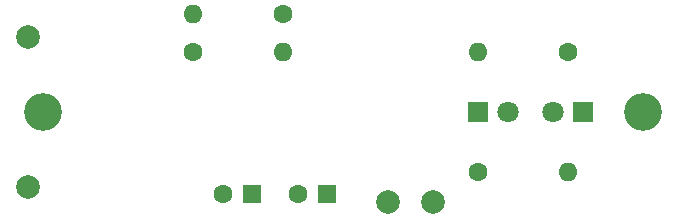
<source format=gbr>
%TF.GenerationSoftware,KiCad,Pcbnew,7.0.1-3b83917a11~172~ubuntu22.04.1*%
%TF.CreationDate,2024-11-25T13:12:23-06:00*%
%TF.ProjectId,Quron_BMS,5175726f-6e5f-4424-9d53-2e6b69636164,rev?*%
%TF.SameCoordinates,Original*%
%TF.FileFunction,Soldermask,Bot*%
%TF.FilePolarity,Negative*%
%FSLAX46Y46*%
G04 Gerber Fmt 4.6, Leading zero omitted, Abs format (unit mm)*
G04 Created by KiCad (PCBNEW 7.0.1-3b83917a11~172~ubuntu22.04.1) date 2024-11-25 13:12:23*
%MOMM*%
%LPD*%
G01*
G04 APERTURE LIST*
%ADD10C,2.000000*%
%ADD11C,1.600000*%
%ADD12O,1.600000X1.600000*%
%ADD13R,1.600000X1.600000*%
%ADD14R,1.800000X1.800000*%
%ADD15C,1.800000*%
%ADD16C,3.200000*%
G04 APERTURE END LIST*
D10*
%TO.C,TP3*%
X166370000Y-147320000D03*
%TD*%
D11*
%TO.C,R4*%
X181610000Y-134620000D03*
D12*
X173990000Y-134620000D03*
%TD*%
D13*
%TO.C,C1*%
X161250000Y-146685000D03*
D11*
X158750000Y-146685000D03*
%TD*%
%TO.C,R1*%
X149860000Y-134620000D03*
D12*
X157480000Y-134620000D03*
%TD*%
D11*
%TO.C,R3*%
X173990000Y-144780000D03*
D12*
X181610000Y-144780000D03*
%TD*%
D14*
%TO.C,D2*%
X182880000Y-139700000D03*
D15*
X180340000Y-139700000D03*
%TD*%
D11*
%TO.C,R2*%
X157480000Y-131445000D03*
D12*
X149860000Y-131445000D03*
%TD*%
D14*
%TO.C,D1*%
X173990000Y-139700000D03*
D15*
X176530000Y-139700000D03*
%TD*%
D10*
%TO.C,TP4*%
X170180000Y-147320000D03*
%TD*%
D16*
%TO.C,H2*%
X137160000Y-139700000D03*
%TD*%
%TO.C,H1*%
X187960000Y-139700000D03*
%TD*%
D10*
%TO.C,TP5*%
X135890000Y-146050000D03*
%TD*%
D13*
%TO.C,C2*%
X154875113Y-146685000D03*
D11*
X152375113Y-146685000D03*
%TD*%
D10*
%TO.C,TP1*%
X135890000Y-133350000D03*
%TD*%
M02*

</source>
